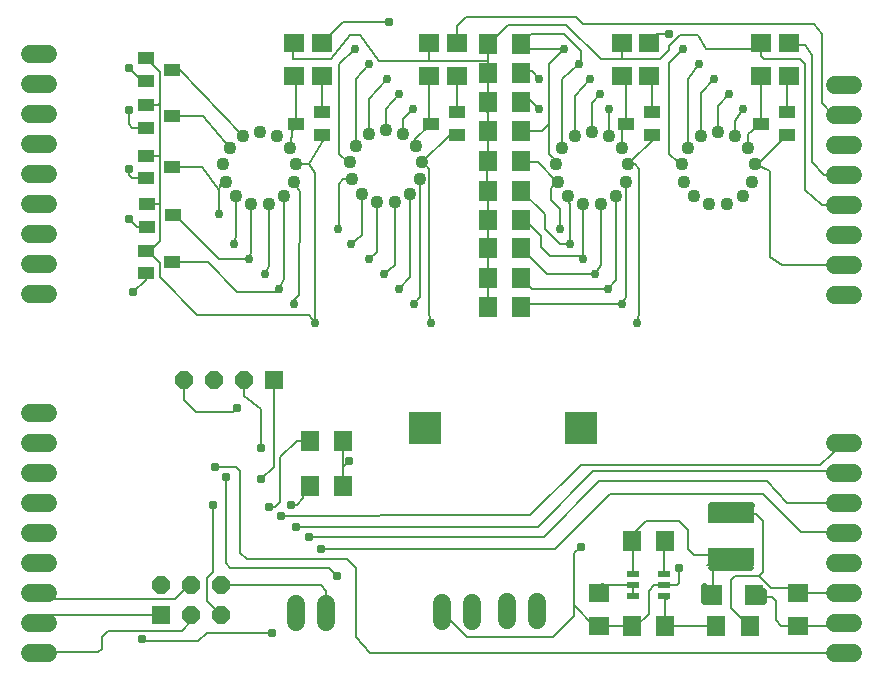
<source format=gbl>
G75*
%MOIN*%
%OFA0B0*%
%FSLAX25Y25*%
%IPPOS*%
%LPD*%
%AMOC8*
5,1,8,0,0,1.08239X$1,22.5*
%
%ADD10R,0.05512X0.03937*%
%ADD11R,0.06299X0.07098*%
%ADD12C,0.04362*%
%ADD13R,0.07098X0.06299*%
%ADD14C,0.06000*%
%ADD15R,0.10950X0.10950*%
%ADD16R,0.06000X0.06000*%
%ADD17OC8,0.06000*%
%ADD18R,0.07087X0.06299*%
%ADD19R,0.06299X0.07087*%
%ADD20R,0.04331X0.02362*%
%ADD21R,0.15748X0.05906*%
%ADD22R,0.05984X0.06614*%
%ADD23C,0.00787*%
%ADD24C,0.02978*%
%ADD25C,0.00600*%
%ADD26C,0.01600*%
%ADD27OC8,0.02978*%
%ADD28C,0.02400*%
%ADD29C,0.02000*%
D10*
X0052169Y0144560D03*
X0052169Y0152040D03*
X0052369Y0160160D03*
X0052369Y0167640D03*
X0061031Y0163900D03*
X0052169Y0176360D03*
X0052169Y0183840D03*
X0060831Y0180100D03*
X0052169Y0193160D03*
X0052169Y0200640D03*
X0052169Y0208760D03*
X0060831Y0212500D03*
X0052169Y0216240D03*
X0060831Y0196900D03*
X0102169Y0194500D03*
X0110831Y0190760D03*
X0110831Y0198240D03*
X0147169Y0194500D03*
X0155831Y0190760D03*
X0155831Y0198240D03*
X0212169Y0194500D03*
X0220831Y0190760D03*
X0220831Y0198240D03*
X0257169Y0194500D03*
X0265831Y0190760D03*
X0265831Y0198240D03*
X0060831Y0148300D03*
D11*
X0106744Y0088759D03*
X0117941Y0088759D03*
X0117941Y0073759D03*
X0106744Y0073759D03*
X0166102Y0133300D03*
X0177298Y0133300D03*
X0177298Y0143100D03*
X0166102Y0143100D03*
X0166102Y0152900D03*
X0177298Y0152900D03*
X0177298Y0162500D03*
X0166102Y0162500D03*
X0166102Y0172100D03*
X0177298Y0172100D03*
X0177298Y0182100D03*
X0166102Y0182100D03*
X0166102Y0192100D03*
X0177298Y0192100D03*
X0177298Y0201700D03*
X0166102Y0201700D03*
X0166102Y0211500D03*
X0177298Y0211500D03*
X0177298Y0221100D03*
X0166102Y0221100D03*
X0214067Y0026968D03*
X0225264Y0026968D03*
X0242263Y0026988D03*
X0253460Y0026988D03*
D12*
X0245821Y0167650D03*
X0250993Y0170365D03*
X0254312Y0175172D03*
X0255016Y0180971D03*
X0252944Y0186433D03*
X0248572Y0190307D03*
X0242900Y0191705D03*
X0237228Y0190307D03*
X0232856Y0186433D03*
X0230784Y0180971D03*
X0231488Y0175172D03*
X0234807Y0170365D03*
X0239979Y0167650D03*
X0212212Y0175172D03*
X0212916Y0180971D03*
X0210844Y0186433D03*
X0206472Y0190307D03*
X0200800Y0191705D03*
X0195128Y0190307D03*
X0190756Y0186433D03*
X0188684Y0180971D03*
X0189388Y0175172D03*
X0192707Y0170365D03*
X0197879Y0167650D03*
X0203721Y0167650D03*
X0208893Y0170365D03*
X0143612Y0175872D03*
X0140293Y0171065D03*
X0135121Y0168350D03*
X0129279Y0168350D03*
X0124107Y0171065D03*
X0120788Y0175872D03*
X0120084Y0181671D03*
X0122156Y0187133D03*
X0126528Y0191007D03*
X0132200Y0192405D03*
X0137872Y0191007D03*
X0142244Y0187133D03*
X0144316Y0181671D03*
X0102216Y0180971D03*
X0101512Y0175172D03*
X0098193Y0170365D03*
X0093021Y0167650D03*
X0087179Y0167650D03*
X0082007Y0170365D03*
X0078688Y0175172D03*
X0077984Y0180971D03*
X0080056Y0186433D03*
X0084428Y0190307D03*
X0090100Y0191705D03*
X0095772Y0190307D03*
X0100144Y0186433D03*
D13*
X0101500Y0210302D03*
X0110900Y0210302D03*
X0110900Y0221498D03*
X0101500Y0221498D03*
X0146500Y0221498D03*
X0155900Y0221498D03*
X0155900Y0210302D03*
X0146500Y0210302D03*
X0210900Y0210302D03*
X0219700Y0210302D03*
X0219700Y0221498D03*
X0210900Y0221498D03*
X0257100Y0221498D03*
X0266500Y0221498D03*
X0266500Y0210302D03*
X0257100Y0210302D03*
D14*
X0019543Y0018059D02*
X0013543Y0018059D01*
X0013543Y0028059D02*
X0019543Y0028059D01*
X0019543Y0038059D02*
X0013543Y0038059D01*
X0013543Y0048059D02*
X0019543Y0048059D01*
X0019543Y0058059D02*
X0013543Y0058059D01*
X0013543Y0068059D02*
X0019543Y0068059D01*
X0019543Y0078059D02*
X0013543Y0078059D01*
X0013543Y0088059D02*
X0019543Y0088059D01*
X0019543Y0098059D02*
X0013543Y0098059D01*
X0013500Y0137700D02*
X0019500Y0137700D01*
X0019500Y0147700D02*
X0013500Y0147700D01*
X0013500Y0157700D02*
X0019500Y0157700D01*
X0019500Y0167700D02*
X0013500Y0167700D01*
X0013500Y0177700D02*
X0019500Y0177700D01*
X0019500Y0187700D02*
X0013500Y0187700D01*
X0013500Y0197700D02*
X0019500Y0197700D01*
X0019500Y0207700D02*
X0013500Y0207700D01*
X0013500Y0217700D02*
X0019500Y0217700D01*
X0102257Y0034441D02*
X0102257Y0028441D01*
X0112257Y0028441D02*
X0112257Y0034441D01*
X0150843Y0034759D02*
X0150843Y0028759D01*
X0160843Y0028759D02*
X0160843Y0034759D01*
X0172543Y0035059D02*
X0172543Y0029059D01*
X0182543Y0029059D02*
X0182543Y0035059D01*
X0281843Y0038059D02*
X0287843Y0038059D01*
X0287843Y0028059D02*
X0281843Y0028059D01*
X0281843Y0018059D02*
X0287843Y0018059D01*
X0287843Y0048059D02*
X0281843Y0048059D01*
X0281843Y0058059D02*
X0287843Y0058059D01*
X0287843Y0068059D02*
X0281843Y0068059D01*
X0281843Y0078059D02*
X0287843Y0078059D01*
X0287843Y0088059D02*
X0281843Y0088059D01*
X0281800Y0137500D02*
X0287800Y0137500D01*
X0287800Y0147500D02*
X0281800Y0147500D01*
X0281800Y0157500D02*
X0287800Y0157500D01*
X0287800Y0167500D02*
X0281800Y0167500D01*
X0281800Y0177500D02*
X0287800Y0177500D01*
X0287800Y0187500D02*
X0281800Y0187500D01*
X0281800Y0197500D02*
X0287800Y0197500D01*
X0287800Y0207500D02*
X0281800Y0207500D01*
D15*
X0197243Y0092959D03*
X0145243Y0092959D03*
D16*
X0094843Y0108859D03*
X0057043Y0030659D03*
D17*
X0067043Y0030659D03*
X0077043Y0030659D03*
X0077043Y0040659D03*
X0067043Y0040659D03*
X0057043Y0040659D03*
X0064843Y0108859D03*
X0074843Y0108859D03*
X0084843Y0108859D03*
D18*
X0203000Y0038172D03*
X0203000Y0027148D03*
X0269412Y0027131D03*
X0269412Y0038155D03*
D19*
X0225172Y0055224D03*
X0214149Y0055224D03*
D20*
X0214340Y0044446D03*
X0214340Y0040706D03*
X0214340Y0036966D03*
X0224970Y0036966D03*
X0224970Y0040706D03*
X0224970Y0044446D03*
D21*
X0247185Y0050017D03*
X0247185Y0064190D03*
D22*
X0241271Y0037480D03*
X0254657Y0037480D03*
D23*
X0255436Y0036700D01*
X0260700Y0036700D01*
X0262100Y0035300D01*
X0262100Y0029000D01*
X0263969Y0027131D01*
X0269412Y0027131D01*
X0283215Y0027131D01*
X0284843Y0028059D01*
X0284615Y0028531D01*
X0284843Y0038059D02*
X0284238Y0038155D01*
X0269412Y0038155D01*
X0268012Y0039555D01*
X0260645Y0039555D01*
X0256500Y0043700D01*
X0257900Y0045100D01*
X0257900Y0061900D01*
X0255610Y0064190D01*
X0247185Y0064190D01*
X0257900Y0071000D02*
X0270500Y0058400D01*
X0284483Y0058400D01*
X0284843Y0058059D01*
X0284843Y0068059D02*
X0265741Y0068059D01*
X0259300Y0075200D01*
X0203300Y0075200D01*
X0184659Y0056559D01*
X0106343Y0056559D01*
X0110343Y0052659D02*
X0188459Y0052659D01*
X0206800Y0071000D01*
X0257900Y0071000D01*
X0276883Y0080800D02*
X0284843Y0088059D01*
X0276883Y0080800D02*
X0197000Y0080800D01*
X0180103Y0063903D01*
X0130058Y0063903D01*
X0130174Y0064020D01*
X0130058Y0063903D02*
X0130026Y0063903D01*
X0129843Y0063759D01*
X0129914Y0063759D02*
X0130058Y0063903D01*
X0129914Y0063759D02*
X0097043Y0063759D01*
X0095249Y0066549D02*
X0096900Y0068200D01*
X0096900Y0083317D01*
X0102343Y0088759D01*
X0106744Y0088759D01*
X0117941Y0088759D02*
X0117941Y0080100D01*
X0117983Y0080100D01*
X0119843Y0081959D01*
X0117941Y0080100D02*
X0117941Y0073759D01*
X0105847Y0072862D02*
X0104600Y0071615D01*
X0104600Y0069600D01*
X0102359Y0067359D01*
X0100643Y0067359D01*
X0095249Y0066549D02*
X0093032Y0066549D01*
X0102043Y0060159D02*
X0182659Y0060159D01*
X0201200Y0078700D01*
X0284783Y0078700D01*
X0284843Y0078059D01*
X0247089Y0051320D02*
X0246469Y0050700D01*
X0234800Y0050700D01*
X0232700Y0052800D01*
X0232700Y0059100D01*
X0229900Y0061900D01*
X0218700Y0061900D01*
X0214149Y0057349D01*
X0214149Y0055224D01*
X0214340Y0055033D02*
X0214340Y0044446D01*
X0214340Y0040706D02*
X0204134Y0040706D01*
X0194900Y0033900D02*
X0194900Y0030400D01*
X0187900Y0023400D01*
X0159202Y0023400D01*
X0150843Y0031759D01*
X0126741Y0018059D02*
X0122100Y0023400D01*
X0122100Y0046500D01*
X0119300Y0049300D01*
X0085700Y0049300D01*
X0083600Y0051400D01*
X0083600Y0078700D01*
X0082200Y0080100D01*
X0075200Y0080100D01*
X0078700Y0076600D02*
X0078700Y0047900D01*
X0080100Y0046500D01*
X0113000Y0046500D01*
X0115800Y0043700D01*
X0112300Y0038800D02*
X0110441Y0040659D01*
X0077043Y0040659D01*
X0074500Y0045100D02*
X0072400Y0043000D01*
X0072400Y0035302D01*
X0077043Y0030659D01*
X0072400Y0024800D02*
X0069600Y0022000D01*
X0051400Y0022000D01*
X0050700Y0022700D01*
X0057043Y0030659D02*
X0019143Y0030659D01*
X0016543Y0028059D01*
X0018602Y0036000D02*
X0016543Y0038059D01*
X0018602Y0036000D02*
X0061900Y0036000D01*
X0066559Y0040659D01*
X0074500Y0045100D02*
X0074500Y0067500D01*
X0090600Y0075900D02*
X0094843Y0080143D01*
X0094843Y0108859D01*
X0084843Y0108859D02*
X0084843Y0103759D01*
X0090543Y0099459D01*
X0090543Y0086259D01*
X0081001Y0098300D02*
X0082484Y0099783D01*
X0081001Y0098300D02*
X0068900Y0098300D01*
X0064843Y0102357D01*
X0064843Y0108859D01*
X0069200Y0130800D02*
X0106600Y0130800D01*
X0108600Y0128100D01*
X0108600Y0178100D01*
X0106429Y0180971D01*
X0102216Y0180971D01*
X0106416Y0180916D01*
X0111500Y0189500D01*
X0116500Y0184500D02*
X0116500Y0214193D01*
X0121807Y0219500D01*
X0120300Y0223900D02*
X0113700Y0215900D01*
X0101700Y0215900D01*
X0101100Y0216000D01*
X0101100Y0221098D01*
X0101500Y0221498D01*
X0110900Y0221500D02*
X0117900Y0228500D01*
X0133300Y0228500D01*
X0123400Y0223900D02*
X0120300Y0223900D01*
X0123400Y0223900D02*
X0129900Y0215300D01*
X0146437Y0215300D01*
X0146500Y0215363D01*
X0146500Y0221498D01*
X0146437Y0215300D02*
X0166102Y0215300D01*
X0166102Y0211500D01*
X0166102Y0201300D01*
X0165900Y0201098D01*
X0165900Y0200356D01*
X0166102Y0200558D01*
X0166102Y0199797D01*
X0165900Y0199595D01*
X0165900Y0198500D01*
X0166102Y0198702D01*
X0166102Y0199226D01*
X0165900Y0199024D01*
X0165900Y0200356D01*
X0166102Y0199797D02*
X0166102Y0199226D01*
X0166102Y0201700D02*
X0166102Y0192100D01*
X0166102Y0182100D01*
X0165900Y0182302D01*
X0165900Y0172302D01*
X0166102Y0172100D01*
X0166102Y0162500D01*
X0166102Y0152900D01*
X0166102Y0143100D01*
X0166102Y0133300D01*
X0177298Y0133300D02*
X0178498Y0134500D01*
X0210717Y0134500D01*
X0212212Y0136695D01*
X0212212Y0175172D01*
X0216500Y0179500D02*
X0216500Y0131000D01*
X0215700Y0128100D01*
X0206211Y0139500D02*
X0180898Y0139500D01*
X0177298Y0143100D01*
X0185698Y0144500D02*
X0177298Y0152900D01*
X0183900Y0153500D02*
X0186900Y0150500D01*
X0196900Y0150500D01*
X0197900Y0149500D01*
X0197879Y0152279D01*
X0197879Y0167650D01*
X0193407Y0166907D02*
X0192707Y0170365D01*
X0193407Y0166907D02*
X0193600Y0154500D01*
X0190100Y0154500D01*
X0185100Y0159500D01*
X0185100Y0164298D01*
X0177298Y0172100D01*
X0177298Y0162500D02*
X0178500Y0162500D01*
X0183900Y0157100D01*
X0183900Y0153500D01*
X0190100Y0159500D02*
X0190100Y0166100D01*
X0187200Y0169000D01*
X0187200Y0172984D01*
X0189388Y0175172D01*
X0189228Y0175172D01*
X0182700Y0181700D01*
X0177698Y0181700D01*
X0177298Y0182100D01*
X0186500Y0184500D02*
X0186500Y0194346D01*
X0184254Y0192100D01*
X0177298Y0192100D01*
X0186500Y0194346D02*
X0186500Y0214500D01*
X0191500Y0219500D01*
X0178698Y0219500D01*
X0177298Y0221100D02*
X0180498Y0224300D01*
X0191400Y0224300D01*
X0197100Y0218600D01*
X0197100Y0215100D01*
X0196500Y0214500D01*
X0190756Y0209456D01*
X0190756Y0186433D01*
X0186500Y0184500D02*
X0189384Y0181616D01*
X0188684Y0180971D01*
X0195128Y0190307D02*
X0195128Y0203828D01*
X0200100Y0209500D01*
X0203384Y0204500D02*
X0200800Y0201216D01*
X0200800Y0191705D01*
X0206472Y0190307D02*
X0206472Y0199372D01*
X0206500Y0199500D01*
X0210844Y0195275D02*
X0212169Y0194500D01*
X0212169Y0209032D01*
X0210900Y0210302D01*
X0211345Y0215900D02*
X0210900Y0216345D01*
X0210900Y0221498D01*
X0219700Y0221498D02*
X0222502Y0224300D01*
X0226400Y0224300D01*
X0230271Y0223951D02*
X0226500Y0220181D01*
X0226500Y0218900D01*
X0223500Y0215900D01*
X0211345Y0215900D01*
X0203700Y0215900D01*
X0192300Y0227300D01*
X0172685Y0227300D01*
X0166102Y0220716D01*
X0166102Y0215300D01*
X0166102Y0220716D02*
X0166102Y0221100D01*
X0158916Y0229900D02*
X0155900Y0226884D01*
X0155900Y0223603D01*
X0158916Y0229900D02*
X0195600Y0229900D01*
X0197700Y0227800D01*
X0274700Y0227800D01*
X0277500Y0224300D01*
X0277500Y0201200D01*
X0281200Y0197500D01*
X0284800Y0197500D01*
X0265831Y0198240D02*
X0265831Y0209632D01*
X0266500Y0210302D01*
X0271900Y0214500D02*
X0271900Y0172500D01*
X0277600Y0167500D01*
X0284800Y0167500D01*
X0284800Y0177500D02*
X0278100Y0177500D01*
X0274000Y0181600D01*
X0274000Y0217300D01*
X0271900Y0220800D01*
X0267198Y0220800D01*
X0266500Y0221498D01*
X0270300Y0216100D02*
X0271900Y0214500D01*
X0270300Y0216100D02*
X0258100Y0216100D01*
X0258300Y0215900D01*
X0258100Y0216100D02*
X0257100Y0217100D01*
X0257100Y0221498D01*
X0256500Y0219500D01*
X0238747Y0219500D01*
X0236264Y0223951D01*
X0230271Y0223951D01*
X0231299Y0219500D02*
X0226500Y0214701D01*
X0226500Y0184500D01*
X0229384Y0181616D01*
X0230784Y0180971D01*
X0232856Y0186433D02*
X0232856Y0209456D01*
X0236500Y0214500D01*
X0241500Y0209500D02*
X0237228Y0204528D01*
X0237228Y0190307D01*
X0242900Y0191705D02*
X0242900Y0200200D01*
X0246500Y0204500D01*
X0251253Y0199500D02*
X0248572Y0195419D01*
X0248572Y0190307D01*
X0252944Y0190975D02*
X0257169Y0194500D01*
X0257169Y0210232D01*
X0257100Y0210302D01*
X0265831Y0202060D02*
X0265831Y0198240D01*
X0265831Y0190760D02*
X0256042Y0180971D01*
X0255016Y0180971D01*
X0260000Y0178787D01*
X0260000Y0150100D01*
X0264000Y0147500D01*
X0284800Y0147500D01*
X0252944Y0186433D02*
X0252944Y0190975D01*
X0221500Y0190091D02*
X0221500Y0189500D01*
X0213616Y0181616D01*
X0212916Y0180971D01*
X0215029Y0180971D01*
X0216500Y0179500D01*
X0210844Y0186433D02*
X0210844Y0195275D01*
X0220831Y0198240D02*
X0220831Y0209171D01*
X0219700Y0210302D01*
X0220831Y0190760D02*
X0221500Y0190091D01*
X0208893Y0170365D02*
X0208893Y0142182D01*
X0206211Y0139500D01*
X0201678Y0144500D02*
X0185698Y0144500D01*
X0201678Y0144500D02*
X0203721Y0147243D01*
X0203721Y0167650D01*
X0183211Y0199500D02*
X0179211Y0203500D01*
X0177298Y0201700D01*
X0183300Y0209500D02*
X0180700Y0212100D01*
X0177298Y0211500D01*
X0155900Y0210302D02*
X0155831Y0210232D01*
X0155831Y0198240D01*
X0155831Y0190760D02*
X0153404Y0190760D01*
X0144316Y0181671D01*
X0145029Y0180971D01*
X0146500Y0179500D01*
X0146500Y0130938D01*
X0147162Y0128100D01*
X0141500Y0134500D02*
X0143612Y0136612D01*
X0143612Y0175872D01*
X0140293Y0171065D02*
X0140293Y0143293D01*
X0136500Y0139500D01*
X0131500Y0144500D02*
X0135121Y0147421D01*
X0135121Y0168350D01*
X0129279Y0168350D02*
X0129279Y0151579D01*
X0126500Y0149500D01*
X0120617Y0154500D02*
X0124107Y0157289D01*
X0124107Y0171065D01*
X0120788Y0175872D02*
X0117872Y0175872D01*
X0116500Y0174500D01*
X0116500Y0159743D01*
X0116257Y0159500D01*
X0103612Y0171612D02*
X0103200Y0137500D01*
X0101500Y0135800D01*
X0101500Y0134500D01*
X0096500Y0139500D02*
X0095500Y0138500D01*
X0082500Y0138500D01*
X0072700Y0148300D01*
X0060831Y0148300D01*
X0056700Y0148100D02*
X0056700Y0143300D01*
X0069200Y0130800D01*
X0052169Y0142469D02*
X0047900Y0138200D01*
X0052169Y0142469D02*
X0052169Y0144560D01*
X0056700Y0148100D02*
X0052760Y0152040D01*
X0052169Y0152040D01*
X0053440Y0152040D01*
X0056700Y0155300D01*
X0056700Y0167550D01*
X0056610Y0167640D01*
X0052369Y0167640D01*
X0056700Y0167550D02*
X0056700Y0183876D01*
X0056664Y0183840D01*
X0052169Y0183840D01*
X0056700Y0183876D02*
X0056700Y0201312D01*
X0056028Y0200640D01*
X0052169Y0200640D01*
X0056700Y0201312D02*
X0056700Y0211709D01*
X0053111Y0215298D01*
X0050840Y0208760D02*
X0046500Y0213100D01*
X0050840Y0208760D02*
X0052169Y0208760D01*
X0060831Y0212500D02*
X0063635Y0212500D01*
X0084428Y0190307D01*
X0080056Y0186433D02*
X0070989Y0196900D01*
X0060831Y0196900D01*
X0052169Y0193160D02*
X0047540Y0193160D01*
X0046500Y0194200D01*
X0046500Y0199100D01*
X0060831Y0180100D02*
X0070900Y0180100D01*
X0076500Y0172400D01*
X0076500Y0164500D01*
X0082007Y0170365D02*
X0082007Y0157107D01*
X0081500Y0154500D01*
X0087179Y0151579D02*
X0086500Y0149500D01*
X0086300Y0149300D01*
X0076500Y0149300D01*
X0061900Y0163900D01*
X0061031Y0163900D01*
X0052369Y0160160D02*
X0049040Y0160160D01*
X0046500Y0162700D01*
X0046324Y0162700D01*
X0047540Y0176360D02*
X0046500Y0177400D01*
X0046500Y0179500D01*
X0047540Y0176360D02*
X0052169Y0176360D01*
X0076500Y0172400D02*
X0077172Y0175172D01*
X0078688Y0175172D01*
X0087179Y0167650D02*
X0087179Y0151579D01*
X0093021Y0146977D02*
X0091944Y0144500D01*
X0093021Y0146977D02*
X0093021Y0167650D01*
X0098193Y0170365D02*
X0098193Y0142593D01*
X0096500Y0139500D01*
X0103612Y0171612D02*
X0101512Y0175172D01*
X0100144Y0186433D02*
X0101100Y0193500D01*
X0101475Y0193875D01*
X0101544Y0193875D01*
X0102169Y0194500D01*
X0102169Y0209632D01*
X0101500Y0210302D01*
X0110831Y0210232D02*
X0110900Y0210302D01*
X0110831Y0210232D02*
X0110831Y0198240D01*
X0122156Y0187133D02*
X0122156Y0209456D01*
X0126500Y0214500D01*
X0132642Y0209500D02*
X0126528Y0202686D01*
X0126528Y0191007D01*
X0132200Y0192405D02*
X0132200Y0199500D01*
X0136500Y0204500D01*
X0141263Y0199500D02*
X0137872Y0196108D01*
X0137872Y0191007D01*
X0141544Y0188875D02*
X0147035Y0194366D01*
X0146500Y0194901D01*
X0146500Y0210302D01*
X0147169Y0194500D02*
X0147035Y0194366D01*
X0141544Y0188875D02*
X0142244Y0187133D01*
X0120084Y0181671D02*
X0119384Y0181616D01*
X0116500Y0184500D01*
X0110900Y0221498D02*
X0110900Y0221500D01*
X0197000Y0053500D02*
X0194900Y0051400D01*
X0194900Y0033900D01*
X0201652Y0027148D01*
X0203000Y0027148D01*
X0204581Y0026968D02*
X0214067Y0026968D01*
X0215500Y0026968D01*
X0219665Y0031133D01*
X0219665Y0030948D01*
X0219665Y0031133D02*
X0219665Y0038779D01*
X0221592Y0040706D01*
X0224970Y0040706D01*
X0229289Y0040706D01*
X0229843Y0041259D01*
X0229843Y0046259D01*
X0224970Y0044446D02*
X0224970Y0055021D01*
X0240571Y0049728D02*
X0241070Y0050227D01*
X0241433Y0050590D01*
X0248566Y0043700D02*
X0247224Y0042358D01*
X0247224Y0042716D01*
X0247224Y0042358D02*
X0247224Y0032873D01*
X0252760Y0027337D01*
X0242263Y0026988D02*
X0242243Y0026968D01*
X0225264Y0026968D01*
X0225264Y0036546D01*
X0225326Y0036609D01*
X0214340Y0036966D02*
X0214340Y0040706D01*
X0248566Y0043700D02*
X0256500Y0043700D01*
X0284047Y0039555D02*
X0284843Y0038059D01*
X0284843Y0018059D02*
X0126741Y0018059D01*
X0112300Y0031483D02*
X0112257Y0031441D01*
X0112300Y0031483D02*
X0112300Y0038800D01*
X0094100Y0024800D02*
X0072400Y0024800D01*
X0067043Y0028543D02*
X0067043Y0030659D01*
X0067043Y0028543D02*
X0064000Y0025500D01*
X0039500Y0025500D01*
X0037400Y0023400D01*
X0037400Y0019200D01*
X0036000Y0018500D01*
X0016102Y0018500D01*
X0016543Y0018059D01*
D24*
X0108600Y0128100D03*
X0101500Y0134500D03*
X0096500Y0139500D03*
X0091944Y0144500D03*
X0086500Y0149500D03*
X0081500Y0154500D03*
X0076500Y0164500D03*
X0116257Y0159500D03*
X0120617Y0154500D03*
X0126500Y0149500D03*
X0131500Y0144500D03*
X0136500Y0139500D03*
X0141500Y0134500D03*
X0147162Y0128100D03*
X0190100Y0159500D03*
X0193600Y0154500D03*
X0197900Y0149500D03*
X0201678Y0144500D03*
X0206211Y0139500D03*
X0210717Y0134500D03*
X0215700Y0128100D03*
X0206500Y0199500D03*
X0203384Y0204500D03*
X0200100Y0209500D03*
X0196500Y0214500D03*
X0191500Y0219500D03*
X0183300Y0209500D03*
X0183211Y0199500D03*
X0141263Y0199500D03*
X0136500Y0204500D03*
X0132642Y0209500D03*
X0126500Y0214500D03*
X0121807Y0219500D03*
X0231299Y0219500D03*
X0236500Y0214500D03*
X0241500Y0209500D03*
X0246500Y0204500D03*
X0251253Y0199500D03*
D25*
X0265831Y0202060D02*
X0265831Y0202700D01*
X0155900Y0221498D02*
X0155900Y0223603D01*
X0053111Y0215298D02*
X0052169Y0216240D01*
X0240571Y0049728D02*
X0240860Y0050017D01*
X0247185Y0050017D01*
X0241271Y0050026D02*
X0241070Y0050227D01*
X0241271Y0050026D02*
X0241271Y0037480D01*
X0239700Y0047200D02*
X0239000Y0047200D01*
X0067043Y0040659D02*
X0066559Y0040659D01*
D26*
X0104843Y0071857D02*
X0105847Y0072862D01*
X0106744Y0073759D01*
X0203000Y0038172D02*
X0204134Y0040706D01*
X0203000Y0027148D02*
X0204581Y0026968D01*
X0214067Y0026968D02*
X0214134Y0026968D01*
X0214909Y0026192D01*
X0224970Y0025293D02*
X0225244Y0026988D01*
X0225264Y0026968D01*
X0225326Y0036609D02*
X0224970Y0036966D01*
X0240571Y0039527D02*
X0241271Y0037480D01*
X0252760Y0027337D02*
X0253460Y0026988D01*
X0247185Y0050017D02*
X0247089Y0051320D01*
X0246358Y0050590D01*
X0241433Y0050590D01*
X0242882Y0063987D02*
X0246473Y0065325D01*
X0247185Y0064190D01*
X0225172Y0055224D02*
X0224970Y0055021D01*
X0214340Y0055033D02*
X0214149Y0055224D01*
D27*
X0229843Y0046259D03*
X0197000Y0053500D03*
X0119843Y0081959D03*
X0100643Y0067359D03*
X0097043Y0063759D03*
X0102043Y0060159D03*
X0106343Y0056559D03*
X0110343Y0052659D03*
X0115800Y0043700D03*
X0094100Y0024800D03*
X0050700Y0022700D03*
X0093032Y0066549D03*
X0090600Y0075900D03*
X0090543Y0086259D03*
X0078700Y0076600D03*
X0075200Y0080100D03*
X0074500Y0067500D03*
X0082484Y0099783D03*
X0047900Y0138200D03*
X0046324Y0162700D03*
X0046500Y0179500D03*
X0046500Y0199100D03*
X0046500Y0213100D03*
X0133300Y0228500D03*
X0226400Y0224300D03*
D28*
X0240400Y0067500D02*
X0253700Y0067500D01*
X0257900Y0038800D02*
X0257900Y0035300D01*
X0238300Y0035300D02*
X0238300Y0040200D01*
D29*
X0240400Y0046500D02*
X0253700Y0046500D01*
M02*

</source>
